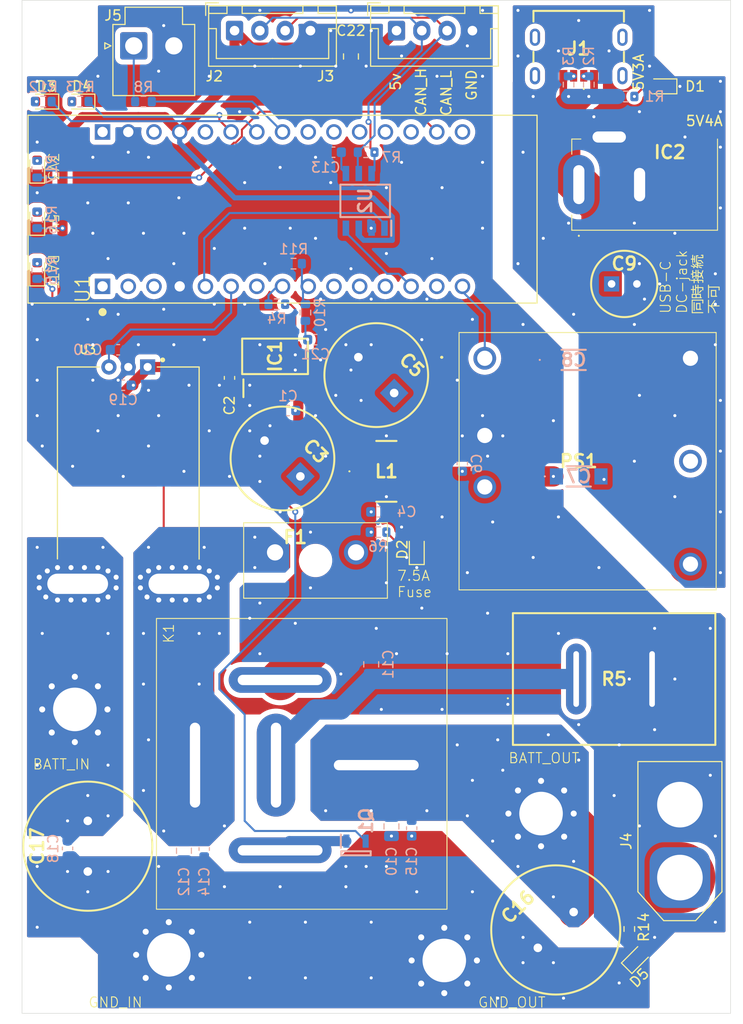
<source format=kicad_pcb>
(kicad_pcb (version 20240108) (generator "pcbnew") (generator_version "8.0")
  (layers (0 "F.Cu" signal) (31 "B.Cu" signal) (34 "B.Paste" user) (35 "F.Paste" user) (36 "B.SilkS" user "B.Silkscreen") (37 "F.SilkS" user "F.Silkscreen") (38 "B.Mask" user) (39 "F.Mask" user) (44 "Edge.Cuts" user))
  (net 0 "")
  (net 1 "GND")
  (net 2 "+5V")
  (net 3 "+BATT")
  (net 4 "Net-(PS1-VIN)")
  (net 5 "GNDA")
  (net 6 "+5VA")
  (net 7 "Net-(D2-A)")
  (net 8 "Net-(J2-Pin_3)")
  (net 9 "Net-(J2-Pin_2)")
  (net 10 "+BATT_OUTPUT")
  (net 12 "Net-(Q1-G)")
  (net 13 "/5v_ctrl")
  (net 14 "/relay")
  (net 15 "/i_mon")
  (net 16 "+3V3")
  (net 17 "/v_mon")
  (net 18 "/emergency_LED")
  (net 19 "Net-(C11-Pad1)")
  (net 20 "/can_tx")
  (net 21 "Net-(U3-IP+)")
  (net 24 "Net-(J1-CC2)")
  (net 26 "Net-(J1-CC1)")
  (net 28 "/state_LED")
  (net 33 "/can_rx")
  (net 34 "Net-(D1-A)")
  (net 35 "Net-(D3-A)")
  (net 36 "Net-(D4-A)")
  (net 37 "Net-(D5-A)")
  (net 45 "Net-(D6-A)")
  (net 46 "Net-(D7-A)")
  (net 49 "Net-(D8-A)")
  (net 54 "Net-(U2-Vref)")
  (net 55 "Net-(Q1-D)")
  (net 56 "+BATT_FOR_MOTOR")
  (net 57 "Net-(J5-Pin_1)")
  (net 58 "/emergency_switch")
  (footprint "LED_SMD:LED_0603_1608Metric" (layer "F.Cu") (at 56.5 93.5625 90)
    (property "Reference" "D8" (hide yes))
    (property "Value" "LED")
  )
  (footprint "power_board2:CAPPRD500W65D1025H1350" (layer "F.Cu") (at 91.767767 115.767767 135)
    (property "Reference" "C5")
    (property "Value" "330u" (hide yes))
  )
  (footprint "MountingHole:MountingHole_4.3mm_M4_Pad_Via" (layer "F.Cu") (at 60.219581 147)
    (property "Reference" "H3" (hide yes))
    (property "Value" "MountingHole_Pad")
  )
  (footprint "Capacitor_SMD:C_0805_2012Metric" (layer "F.Cu") (at 87.5 82.55 -90)
    (property "Reference" "C22")
    (property "Value" "10u")
  )
  (footprint "LED_SMD:LED_0603_1608Metric" (layer "F.Cu") (at 94 131.2125 90)
    (property "Reference" "D2")
    (property "Value" "LED")
  )
  (footprint "MountingHole:MountingHole_4.3mm_M4_Pad_Via" (layer "F.Cu") (at 106.280419 157.280419)
    (property "Reference" "H1" (hide yes))
    (property "Value" "MountingHole_Pad")
  )
  (footprint "power_board2:SOT230P700X180-4N" (layer "F.Cu") (at 80 112.15 90)
    (property "Reference" "IC1")
    (property "Value" "ADP3338AKCZ-5-REEL" (hide yes))
  )
  (footprint "LED_SMD:LED_0603_1608Metric" (layer "F.Cu") (at 57.1375 87 180)
    (property "Reference" "D3")
    (property "Value" "LED")
  )
  (footprint "MountingHole:MountingHole_3.2mm_M3" (layer "F.Cu") (at 59 173)
    (property "Reference" "H5" (hide yes))
    (property "Value" "MountingHole")
  )
  (footprint "MountingHole:MountingHole_3.2mm_M3" (layer "F.Cu") (at 121 81)
    (property "Reference" "H8" (hide yes))
    (property "Value" "MountingHole")
  )
  (footprint "Connector_AMASS:AMASS_XT60-M_1x02_P7.20mm_Vertical" (layer "F.Cu") (at 120 163.6 90)
    (property "Reference" "J4")
    (property "Value" "Conn_01x02")
  )
  (footprint "MountingHole:MountingHole_3.2mm_M3" (layer "F.Cu") (at 121 173)
    (property "Reference" "H6" (hide yes))
    (property "Value" "MountingHole")
  )
  (footprint "LED_SMD:LED_0603_1608Metric" (layer "F.Cu") (at 115.7875 171.5 45)
    (property "Reference" "D5")
    (property "Value" "LED")
  )
  (footprint "Connector_JST:JST_XH_B4B-XH-A_1x04_P2.50mm_Vertical" (layer "F.Cu") (at 76 80)
    (property "Reference" "J2")
    (property "Value" "Conn_01x04")
  )
  (footprint "power_board2:UJCHP3SMTTR" (layer "F.Cu") (at 110 81.5 180)
    (property "Reference" "J1")
    (property "Value" "UJC-HP-3-SMT-TR" (hide yes))
  )
  (footprint "MountingHole:MountingHole_4.3mm_M4_Pad_Via" (layer "F.Cu") (at 69.5 171.225)
    (property "Reference" "H4" (hide yes))
    (property "Value" "MountingHole_Pad")
  )
  (footprint "power_board2:MODULE_NUCLEO-F303K8" (layer "F.Cu") (at 80.74 97.62 90)
    (property "Reference" "U1")
    (property "Value" "NUCLEO-F303K8")
  )
  (footprint "power_board2:PJ002AH" (layer "F.Cu") (at 110.015 95.2)
    (property "Reference" "IC2")
    (property "Value" "PJ-002A" (hide yes))
  )
  (footprint "power_board2:CAPPRD500W65D1275H2200" (layer "F.Cu") (at 61.5 158 -90)
    (property "Reference" "C17")
    (property "Value" "1000u" (hide yes))
  )
  (footprint "power_board2:CAPPRD500W65D1275H2200" (layer "F.Cu") (at 109.5 167 -135)
    (property "Reference" "C16")
    (property "Value" "1000u" (hide yes))
  )
  (footprint "Capacitor_SMD:C_0603_1608Metric" (layer "F.Cu") (at 75.5 114.275 -90)
    (property "Reference" "C2")
    (property "Value" "1u")
  )
  (footprint "power_board2:PDQE15Q24S5D" (layer "F.Cu") (at 100.72 112.34)
    (property "Reference" "PS1")
    (property "Value" "PDQE20-Q24-S5-D" (hide yes))
  )
  (footprint "LED_SMD:LED_0603_1608Metric" (layer "F.Cu") (at 60.7125 87 180)
    (property "Reference" "D4")
    (property "Value" "LED")
  )
  (footprint "power_board2:CAPPRD250W55D655H1220" (layer "F.Cu") (at 113.25 105)
    (property "Reference" "C9")
    (property "Value" "100u" (hide yes))
  )
  (footprint "power_board2:RD-700112-DN" (layer "F.Cu") (at 72.093 152.5 90)
    (property "Reference" "K1")
    (property "Value" "Relay_SPDT")
  )
  (footprint "Connector_JST:JST_VH_B2P-VH_1x02_P3.96mm_Vertical" (layer "F.Cu") (at 66.04 81.5)
    (property "Reference" "J5")
    (property "Value" "Conn_01x02")
  )
  (footprint "LED_SMD:LED_0603_1608Metric" (layer "F.Cu") (at 56.5 103.7125 90)
    (property "Reference" "D6" (hide yes))
    (property "Value" "LED")
  )
  (footprint "power_board2:CAPPRD500W65D1025H1350" (layer "F.Cu") (at 82.5 124 135)
    (property "Reference" "C3")
    (property "Value" "330u" (hide yes))
  )
  (footprint "Connector_JST:JST_XH_B4B-XH-A_1x04_P2.50mm_Vertical" (layer "F.Cu") (at 92 80)
    (property "Reference" "J3")
    (property "Value" "Conn_01x04")
  )
  (footprint "LED_SMD:LED_0603_1608Metric" (layer "F.Cu") (at 118.2125 85.5 180)
    (property "Reference" "D1")
    (property "Value" "LED")
  )
  (footprint "power_board2:XDCR_ACS770KCB-150U-PFF-T" (layer "F.Cu") (at 65.5 113.2 180)
    (property "Reference" "U3")
    (property "Value" "ACS770xCB-100U-PFF")
  )
  (footprint "LED_SMD:LED_0603_1608Metric" (layer "F.Cu") (at 56.5 98.7125 90)
    (property "Reference" "D7" (hide yes))
    (property "Value" "LED")
  )
  (footprint "MountingHole:MountingHole_3.2mm_M3" (layer "F.Cu") (at 59 81)
    (property "Reference" "H7" (hide yes))
    (property "Value" "MountingHole")
  )
  (footprint "power_board2:17867640001" (layer "F.Cu") (at 84 132.3)
    (property "Reference" "F1")
    (property "Value" "7.5A" (hide yes))
  )
  (footprint "power_board2:TWW20J1R0E" (layer "F.Cu") (at 109.75 145.905)
    (property "Reference" "R5")
    (property "Value" "1" (hide yes))
  )
  (footprint "power_board2:ASPI6045T2R2NT" (layer "F.Cu") (at 91 123.5)
    (property "Reference" "L1")
    (property "Value" "2.2u" (hide yes))
  )
  (footprint "Resistor_SMD:R_0603_1608Metric" (layer "F.Cu") (at 115 168.675 -90)
    (property "Reference" "R14")
    (property "Value" "680")
  )
  (footprint "MountingHole:MountingHole_4.3mm_M4_Pad_Via" (layer "F.Cu") (at 96.719581 171.780419)
    (property "Reference" "H2" (hide yes))
    (property "Value" "MountingHole_Pad")
  )
  (footprint "power_board2:SOIC127P600X175-8N" (layer "B.Cu") (at 88.905 96.8 90)
    (property "Reference" "U2")
    (property "Value" "MCP2551-I-SN" (hide yes))
  )
  (footprint "power_board2:GR442QR73D821KW010" (layer "B.Cu") (at 109.5 112.5)
    (property "Reference" "C8")
    (property "Value" "1n" (hide yes))
  )
  (footprint "Resistor_SMD:R_0603_1608Metric" (layer "B.Cu") (at 81.825 103 180)
    (property "Reference" "R11")
    (property "Value" "390")
  )
  (footprint "Capacitor_SMD:C_0603_1608Metric" (layer "B.Cu") (at 85.775 92)
    (property "Reference" "C13")
    (property "Value" "0.1u")
  )
  (footprint "Resistor_SMD:R_0603_1608Metric" (layer "B.Cu") (at 56.5 93.675 90)
    (property "Reference" "R17")
    (property "Value" "1.5k")
  )
  (footprint "Resistor_SMD:R_0603_1608Metric" (layer "B.Cu") (at 60.75 87 180)
    (property "Reference" "R13")
    (property "Value" "1.5k")
  )
  (footprint "power_board2:SOT95P280X100-3N" (layer "B.Cu") (at 88 161.2 -90)
    (property "Reference" "Q1")
    (property "Value" "NMOS" (hide yes))
  )
  (footprint "Capacitor_SMD:C_0603_1608Metric" (layer "B.Cu") (at 98.5 122.725 90)
    (property "Reference" "C6")
    (property "Value" "1u")
  )
  (footprint "Resistor_SMD:R_0603_1608Metric" (layer "B.Cu") (at 90.175 129.5)
    (property "Reference" "R6")
    (property "Value" "680")
  )
  (footprint "Capacitor_SMD:C_0603_1608Metric" (layer "B.Cu") (at 73 160.775 -90)
    (property "Reference" "C14")
    (property "Value" "0.1u")
  )
  (footprint "Resistor_SMD:R_0603_1608Metric" (layer "B.Cu") (at 80.175 107)
    (property "Reference" "R4")
    (property "Value" "4.7")
  )
  (footprint "Capacitor_SMD:C_0603_1608Metric" (layer "B.Cu") (at 81.275 117.5 180)
    (property "Reference" "C1")
    (property "Value" "1u")
  )
  (footprint "Capacitor_SMD:C_0603_1608Metric" (layer "B.Cu") (at 90.225 127.5)
    (property "Reference" "C4")
    (property "Value" "1u")
  )
  (footprint "Resistor_SMD:R_0603_1608Metric" (layer "B.Cu") (at 56.5 98.675 90)
    (property "Reference" "R16")
    (property "Value" "1.5k")
  )
  (footprint "Resistor_SMD:R_0603_1608Metric" (layer "B.Cu") (at 83 107.825 90)
    (property "Reference" "R10")
    (property "Value" "1.5k")
  )
  (footprint "Capacitor_SMD:C_0805_2012Metric" (layer "B.Cu") (at 91.5 158.55 -90)
    (property "Reference" "C10")
    (property "Value" "10u")
  )
  (footprint "Capacitor_SMD:C_0603_1608Metric" (layer "B.Cu") (at 59.5 160.725 -90)
    (property "Reference" "C18")
    (property "Value" "1u")
  )
  (footprint "Resistor_SMD:R_0603_1608Metric" (layer "B.Cu") (at 89 92)
    (property "Reference" "R7")
    (property "Value" "120")
  )
  (footprint "Resistor_SMD:R_0603_1608Metric" (layer "B.Cu") (at 109 85.325 90)
    (property "Reference" "R3")
    (property "Value" "5.1k")
  )
  (footprint "Capacitor_SMD:C_0805_2012Metric" (layer "B.Cu") (at 89.5 142.55 90)
    (property "Reference" "C11")
    (property "Value" "10u")
  )
  (footprint "Resistor_SMD:R_0603_1608Metric" (layer "B.Cu") (at 57.1 87 180)
    (property "Reference" "R12")
    (property "Value" "1.5k")
  )
  (footprint "Resistor_SMD:R_0603_1608Metric" (layer "B.Cu") (at 56.5 103.675 90)
    (property "Reference" "R15")
    (property "Value" "10k")
  )
  (footprint "Capacitor_SMD:C_0603_1608Metric" (layer "B.Cu") (at 84 110.5)
    (property "Reference" "C21")
    (property "Value" "10n")
  )
  (footprint "power_board2:GR442QR73D821KW010" (layer "B.Cu") (at 110 124)
    (property "Reference" "C7")
    (property "Value" "1n" (hide yes))
  )
  (footprint "Capacitor_SMD:C_0603_1608Metric" (layer "B.Cu") (at 65 115)
    (property "Reference" "C19")
    (property "Value" "0.1u")
  )
  (footprint "Capacitor_SMD:C_0603_1608Metric" (layer "B.Cu") (at 93.5 158.725 -90)
    (property "Reference" "C15")
    (property "Value" "0.1u")
  )
  (footprint "Resistor_SMD:R_0603_1608Metric" (layer "B.Cu") (at 67 87 180)
    (property "Reference" "R8")
    (property "Value" "1.5k")
  )
  (footprint "Resistor_SMD:R_0603_1608Metric" (layer "B.Cu") (at 114.675 86.5)
    (property "Reference" "R1")
    (property "Value" "1.5k")
  )
  (footprint "Resistor_SMD:R_0603_1608Metric" (layer "B.Cu") (at 111 85.325 90)
    (property "Reference" "R2")
    (property "Value" "5.1k")
  )
  (footprint "Capacitor_SMD:C_0603_1608Metric" (layer "B.Cu") (at 64.5 111.5)
    (property "Reference" "C20")
    (property "Value" "10n")
  )
  (footprint "Capacitor_SMD:C_0805_2012Metric" (layer "B.Cu") (at 71 160.95 -90)
    (property "Reference" "C12")
    (property "Value" "10u")
  )
  (gr_line (start 125 177) (end 55 177) (stroke (width 0.05)) (layer "Edge.Cuts"))
  (gr_line (start 125 177) (end 125 77) (stroke (width 0.05)) (layer "Edge.Cuts"))
  (gr_line (start 125 77) (end 55 77) (stroke (width 0.05)) (layer "Edge.Cuts"))
  (gr_line (start 55 177) (end 55 77) (stroke (width 0.05)) (layer "Edge.Cuts"))
  (gr_text "5v" (at 92.5 86 90) (layer "F.SilkS") (effects (font (size 1 1)) (justify left bottom)))
  (gr_text "CAN_L\n" (at 97.5 88.5 90) (layer "F.SilkS") (effects (font (size 1 1)) (justify left bottom)))
  (gr_text "3V3" (at 57.5 92 270) (layer "F.SilkS") (effects (font (size 1 1) (thickness 0.1)) (justify left bottom)))
  (gr_text "CAN_H\n" (at 95 88.5 90) (layer "F.SilkS") (effects (font (size 1 1)) (justify left bottom)))
  (gr_text "7.5A\nFuse" (at 92 136 0) (layer "F.SilkS") (effects (font (size 1 1) (thickness 0.1)) (justify left bottom)))
  (gr_text "GND_OUT" (at 100 176.5 0) (layer "F.SilkS") (effects (font (size 1 1) (thickness 0.1)) (justify left bottom)))
  (gr_text "BATT_IN" (at 56 153 0) (layer "F.SilkS") (effects (font (size 1 1) (thickness 0.1)) (justify left bottom)))
  (gr_text "BATT_OUT\n\n" (at 103 154 0) (layer "F.SilkS") (effects (font (size 1 1) (thickness 0.1)) (justify left bottom)))
  (gr_text "USB-C\nDC-jack\n同時接続\n不可\n" (at 124 108 90) (layer "F.SilkS") (effects (font (size 1 1) (thickness 0.1)) (justify left bottom)))
  (gr_text "BATT" (at 57.5 102 -90) (layer "F.SilkS") (effects (font (size 1 1) (thickness 0.1)) (justify left bottom)))
  (gr_text "GND" (at 100 87 90) (layer "F.SilkS") (effects (font (size 1 1)) (justify left bottom)))
  (gr_text "5V" (at 57.5 98 270) (layer "F.SilkS") (effects (font (size 1 1) (thickness 0.1)) (justify left bottom)))
  (gr_text "5V4A\n" (at 120.5 89.5 0) (layer "F.SilkS") (effects (font (size 1 1)) (justify left bottom)))
  (gr_text "5V3A\n" (at 116.5 86 90) (layer "F.SilkS") (effects (font (size 1 1)) (justify left bottom)))
  (gr_text "GND_IN\n" (at 61.5 176.5 0) (layer "F.SilkS") (effects (font (size 1 1) (thickness 0.1)) (justify left bottom)))
  (via (at 62 111) (size 0.6) (drill 0.3) (layers "F.Cu" "B.Cu") (net 1))
  (via (at 70.5 96.5) (size 0.6) (drill 0.3) (layers "F.Cu" "B.Cu") (net 1))
  (via (at 87.5 103.5) (size 0.6) (drill 0.3) (layers "F.Cu" "B.Cu") (net 1))
  (via (at 66.5 111) (size 0.6) (drill 0.3) (layers "F.Cu" "B.Cu") (net 1))
  (via (at 78.5 78) (size 0.6) (drill 0.3) (layers "F.Cu" "B.Cu") (net 1))
  (via (at 87 162.5) (size 0.6) (drill 0.3) (layers "F.Cu" "B.Cu") (net 1))
  (via (at 63.5 102.5) (size 0.6) (drill 0.3) (layers "F.Cu" "B.Cu") (net 1))
  (via (at 94.5 137) (size 0.6) (drill 0.3) (layers "F.Cu" "B.Cu") (net 1))
  (via (at 98 114.5) (size 0.6) (drill 0.3) (layers "F.Cu" "B.Cu") (net 1))
  (via (at 101 137.5) (size 0.6) (drill 0.3) (layers "F.Cu" "B.Cu") (net 1))
  (via (at 91 95.5) (size 0.6) (drill 0.3) (layers "F.Cu" "B.Cu") (net 1))
  (via (at 101.5 128.5) (size 0.6) (drill 0.3) (layers "F.Cu" "B.Cu") (net 1))
  (via (at 98.5 120) (size 0.6) (drill 0.3) (layers "F.Cu" "B.Cu") (net 1))
  (via (at 68.5 162.5) (size 0.6) (drill 0.3) (layers "F.Cu" "B.Cu") (net 1))
  (via (at 87.5 78) (size 0.6) (drill 0.3) (layers "F.Cu" "B.Cu") (net 1))
  (via (at 62 100) (size 0.6) (drill 0.3) (layers "F.Cu" "B.Cu") (net 1))
  (via (at 86 116) (size 0.6) (drill 0.3) (layers "F.Cu" "B.Cu") (net 1))
  (via (at 77.5 138) (size 0.6) (drill 0.3) (layers "F.Cu" "B.Cu") (net 1))
  (via (at 108.5 175.5) (size 0.6) (drill 0.3) (layers "F.Cu" "B.Cu") (net 1))
  (via (at 94 133) (size 0.6) (drill 0.3) (layers "F.Cu" "B.Cu") (net 1))
  (via (at 88.5 116.5) (size 0.6) (drill 0.3) (layers "F.Cu" "B.Cu") (net 1))
  (via (at 83.5 129.5) (size 0.6) (drill 0.3) (layers "F.Cu" "B.Cu") (net 1))
  (via (at 56 107) (size 0.6) (drill 0.3) (layers "F.Cu" "B.Cu") (net 1))
  (via (at 92.5 129) (size 0.6) (drill 0.3) (layers "F.Cu" "B.Cu") (net 1))
  (via (at 83.5 135) (size 0.6) (drill 0.3) (layers "F.Cu" "B.Cu") (net 1))
  (via (at 56.5 96) (size 0.6) (drill 0.3) (layers "F.Cu" "B.Cu") (net 1))
  (via (at 92.5 82.5) (size 0.6) (drill 0.3) (layers "F.Cu" "B.Cu") (net 1))
  (via (at 84 118) (size 0.6) (drill 0.3) (layers "F.Cu" "B.Cu") (net 1))
  (via (at 67.5 121) (size 0.6) (drill 0.3) (layers "F.Cu" "B.Cu") (net 1))
  (via (at 85.5 80) (size 0.6) (drill 0.3) (layers "F.Cu" "B.Cu") (net 1))
  (via (at 73.5 84.5) (size 0.6) (drill 0.3) (layers "F.Cu" "B.Cu") (net 1))
  (via (at 112 133) (size 0.6) (drill 0.3) (layers "F.Cu" "B.Cu") (net 1))
  (via (at 56.5 162.5) (size 0.6) (drill 0.3) (layers "F.Cu" "B.Cu") (net 1))
  (via (at 56.5 91) (size 0.6) (drill 0.3) (layers "F.Cu" "B.Cu") (net 1))
  (via (at 56.5 168.5) (size 0.6) (drill 0.3) (layers "F.Cu" "B.Cu") (net 1))
  (via (at 77 107) (size 0.6) (drill 0.3) (layers "F.Cu" "B.Cu") (net 1))
  (via (at 91 126) (size 0.6) (drill 0.3) (layers "F.Cu" "B.Cu") (net 1))
  (via (at 70 103) (size 0.6) (drill 0.3) (layers "F.Cu" "B.Cu") (net 1))
  (via (at 96.5 95.5) (size 0.6) (drill 0.3) (layers "F.Cu" "B.Cu") (net 1))
  (via (at 73.5 119.5) (size 0.6) (drill 0.3) (layers "F.Cu" "B.Cu") (net 1))
  (via (at 56.5 110.5) (size 0.6) (drill 0.3) (layers "F.Cu" "B.Cu") (net 1))
  (via (at 74 107) (size 0.6) (drill 0.3) (layers "F.Cu" "B.Cu") (net 1))
  (via (at 76.5 88) (size 0.6) (drill 0.3) (layers "F.Cu" "B.Cu") (net 1))
  (via (at 80.5 164.5) (size 0.6) (drill 0.3) (layers "F.Cu" "B.Cu") (net 1))
  (via (at 114 150.5) (size 0.6) (drill 0.3) (layers "F.Cu" "B.Cu") (net 1))
  (via (at 89.5 80) (size 0.6) (drill 0.3) (layers "F.Cu" "B.Cu") (net 1))
  (via (at 93.5 159.5) (size 0.6) (drill 0.3) (layers "F.Cu" "B.Cu") (net 1))
  (via (at 108 139.5) (size 0.6) (drill 0.3) (layers "F.Cu" "B.Cu") (net 1))
  (via (at 95 106.5) (size 0.6) (drill 0.3) (layers "F.Cu" "B.Cu") (net 1))
  (via (at 94 165) (size 0.6) (drill 0.3) (layers "F.Cu" "B.Cu") (net 1))
  (via (at 100.5 78) (size 0.6) (drill 0.3) (layers "F.Cu" "B.Cu") (net 1))
  (via (at 94.5 110.5) (size 0.6) (drill 0.3) (layers "F.Cu" "B.Cu") (net 1))
  (via (at 77.5 115) (size 0.6) (drill 0.3) (layers "F.Cu" "B.Cu") (net 1))
  (via (at 89.5 173.5) (size 0.6) (drill 0.3) (layers "F.Cu" "B.Cu") (net 1))
  (via (at 79 103) (size 0.6) (drill 0.3) (layers "F.Cu" "B.Cu") (net 1))
  (via (at 89.5 106.5) (size 0.6) (drill 0.3) (layers "F.Cu" "B.Cu") (net 1))
  (via (at 75.5 124) (size 0.6) (drill 0.3) (layers "F.Cu" "B.Cu") (net 1))
  (via (at 61.5 165) (size 0.6) (drill 0.3) (layers "F.Cu" "B.Cu") (net 1))
  (via (at 91.5 159.5) (size 0.6) (drill 0.3) (layers "F.Cu" "B.Cu") (net 1))
  (via (at 103 141.5) (size 0.6) (drill 0.3) (layers "F.Cu" "B.Cu") (net 1))
  (via (at 101 122) (size 0.6) (drill 0.3) (layers "F.Cu" "B.Cu") (net 1))
  (via (at 92 141.5) (size 0.6) (drill 0.3) (layers "F.Cu" "B.Cu") (net 1))
  (via (at 99 133.5) (size 0.6) (drill 0.3) (layers "F.Cu" "B.Cu") (net 1))
  (via (at 123 153.5) (size 0.6) (drill 0.3) (layers "F.Cu" "B.Cu") (net 1))
  (via (at 83 168) (size 0.6) (drill 0.3) (layers "F.Cu" "B.Cu") (net 1))
  (via (at 91 162.5) (size 0.6) (drill 0.3) (layers "F.Cu" "B.Cu") (net 1))
  (via (at 73 110.5) (size 0.6) (drill 0.3) (layers "F.Cu" "B.Cu") (net 1))
  (via (at 80.5 93.5) (size 0.6) (drill 0.3) (layers "F.Cu" "B.Cu") (net 1))
  (via (at 85 109.5) (size 0.6) (drill 0.3) (layers "F.Cu" "B.Cu") (net 1))
  (via (at 102 175.5) (size 0.6) (drill 0.3) (layers "F.Cu" "B.Cu") (net 1))
  (via (at 82 138.5) (size 0.6) (drill 0.3) (layers "F.Cu" "B.Cu") (net 1))
  (via (at 108 128) (size 0.6) (drill 0.3) (layers "F.Cu" "B.Cu") (net 1))
  (via (at 96.5 147) (size 0.6) (drill 0.3) (layers "F.Cu" "B.Cu") (net 1))
  (via (at 77.5 168) (size 0.6) (drill 0.3) (layers "F.Cu" "B.Cu") (net 1))
  (via (at 91 102) (size 0.6) (drill 0.3) (layers "F.Cu" "B.Cu") (net 1))
  (via (at 123.5 159.5) (size 0.6) (drill 0.3) (layers "F.Cu" "B.Cu") (net 1))
  (via (at 65.5 92) (size 0.6) (drill 0.3) (layers "F.Cu" "B.Cu") (net 1))
  (via (at 62.5 84.5) (size 0.6) (drill 0.3) (layers "F.Cu" "B.Cu") (net 1))
  (via (at 82 112) (size 0.6) (drill 0.3) (layers "F.Cu" "B.Cu") (net 1))
  (via (at 92.5 93) (size 0.6) (drill 0.3) (layers "F.Cu" "B.Cu") (net 1))
  (via (at 91 120) (size 0.6) (drill 0.3) (layers "F.Cu" "B.Cu") (net 1))
  (via (at 104.5 172) (size 0.6) (drill 0.3) (layers "F.Cu" "B.Cu") (net 1))
  (via (at 69 79.5) (size 0.6) (drill 0.3) (layers "F.Cu" "B.Cu") (net 1))
  (via (at 89 83.5) (size 0.6) (drill 0.3) (layers "F.Cu" "B.Cu") (net 1))
  (via (at 87.5 113.5) (size 0.6) (drill 0.3) (layers "F.Cu" "B.Cu") (net 1))
  (via (at 68.5 84) (size 0.6) (drill 0.3) (layers "F.Cu" "B.Cu") (net 1))
  (via (at 60 123) (size 0.6) (drill 0.3) (layers "F.Cu" "B.Cu") (net 1))
  (via (at 119.5 144) (size 0.6) (drill 0.3) (layers "F.Cu" "B.Cu") (net 1))
  (via (at 84 92.5) (size 0.6) (drill 0.3) (layers "F.Cu" "B.Cu") (net 1))
  (via (at 56.5 85) (size 0.6) (drill 0.3) (layers "F.Cu" "B.Cu") (net 1))
  (via (at 93 132) (size 0.6) (drill 0.3) (layers "F.Cu" "B.Cu") (net 1))
  (via (at 74 101.5) (size 0.6) (drill 0.3) (layers "F.Cu" "B.Cu") (net 1))
  (via (at 89.5 168) (size 0.6) (drill 0.3) (layers "F.Cu" "B.Cu") (net 1))
  (via (at 90 139) (size 0.6) (drill 0.3) (layers "F.Cu" "B.Cu") (net 1))
  (via (at 64.5 114.5) (size 0.6) (drill 0.3) (layers "F.Cu" "B.Cu") (net 1))
  (via (at 100.5 118) (size 0.6) (drill 0.3) (layers "F.Cu" "B.Cu") (net 1))
  (via (at 84.5 112.5) (size 0.6) (drill 0.3) (layers "F.Cu" "B.Cu") (net 1))
  (via (at 86.5 143.5) (size 0.6) (drill 0.3) (layers "F.Cu" "B.Cu") (net 1))
  (via (at 100.5 93) (size 0.6) (drill 0.3) (layers "F.Cu" "B.Cu") (net 1))
  (via (at 104.5 169.5) (size 0.6) (drill 0.3) (layers "F.Cu" "B.Cu") (net 1))
  (via (at 77 95) (size 0.6) (drill 0.3) (layers "F.Cu" "B.Cu") (net 1))
  (via (at 107.5 118.5) (size 0.6) (drill 0.3) (layers "F.Cu" "B.Cu") (net 1))
  (via (at 62.5 119.5) (size 0.6) (drill 0.3) (layers "F.Cu" "B.Cu") (net 1))
  (via (at 68.5 118) (size 0.6) (drill 0.3) (layers "F.Cu" "B.Cu") (net 1))
  (via (at 85 122) (size 0.6) (drill 0.3) (layers "F.Cu" "B.Cu") (net 1))
  (via (at 74.5 115) (size 0.6) (drill 0.3) (layers "F.Cu" "B.Cu") (net 1))
  (via (at 56.5 118) (size 0.6) (drill 0.3) (layers "F.Cu" "B.Cu") (net 1))
  (via (at 78.5 141.5) (size 0.6) (drill 0.3) (layers "F.Cu" "B.Cu") (net 1))
  (via (at 85.5 95) (size 0.6) (drill 0.3) (layers "F.Cu" "B.Cu") (net 1))
  (via (at 89.5 99.5) (size 0.6) (drill 0.3) (layers "F.Cu" "B.Cu") (net 1))
  (via (at 77.5 173.5) (size 0.6) (drill 0.3) (layers "F.Cu" "B.Cu") (net 1))
  (via (at 71 100) (size 0.6) (drill 0.3) (layers "F.Cu" "B.Cu") (net 1))
  (via (at 89 162.5) (size 0.6) (drill 0.3) (layers "F.Cu" "B.Cu") (net 1))
  (via (at 78.5 124.5) (size 0.6) (drill 0.3) (layers "F.Cu" "B.Cu") (net 1))
  (via (at 67.5 92.5) (size 0.6) (drill 0.3) (layers "F.Cu" "B.Cu") (net 1))
  (via (at 87 111) (size 0.6) (drill 0.3) (layers "F.Cu" "B.Cu") (net 1))
  (via (at 110 148.5) (size 0.6) (drill 0.3) (layers "F.Cu" "B.Cu") (net 1))
  (via (at 91 134.5) (size 0.6) (drill 0.3) (layers "F.Cu" "B.Cu") (net 1))
  (via (at 97 141.5) (size 0.6) (drill 0.3) (layers "F.Cu" "B.Cu") (net 1))
  (via (at 57 121) (size 0.6) (drill 0.3) (layers "F.Cu" "B.Cu") (net 1))
  (via (at 84 100.5) (size 0.6) (drill 0.3) (layers "F.Cu" "B.Cu") (net 1))
  (via (at 61.5 108.5) (size 0.6) (drill 0.3) (layers "F.Cu" "B.Cu") (net 1))
  (via (at 87 164.5) (size 0.6) (drill 0.3) (layers "F.Cu" "B.Cu") (net 1))
  (via (at 62 114.5) (size 0.6) (drill 0.3) (layers "F.Cu" "B.Cu") (net 1))
  (via (at 123 139) (size 0.6) (drill 0.3) (layers "F.Cu" "B.Cu") (net 1))
  (via (at 117.5 139) (size 0.6) (drill 0.3) (layers "F.Cu" "B.Cu") (net 1))
  (via (at 83 173.5) (size 0.6) (drill 0.3) (layers "F.Cu" "B.Cu") (net 1))
  (via (at 113.5 155.5) (size 0.6) (drill 0.3) (layers "F.Cu" "B.Cu") (net 1))
  (via (at 78.5 122) (size 0.6) (drill 0.3) (layers "F.Cu" "B.Cu") (net 1))
  (via (at 123.5 168) (size 0.6) (drill 0.3) (layers "F.Cu" "B.Cu") (net 1))
  (via (at 78.5 136.5) (size 0.6) (drill 0.3) (layers "F.Cu" "B.Cu") (net 1))
  (via (at 95.5 102.5) (size 0.6) (drill 0.3) (layers "F.Cu" "B.Cu") (net 1))
  (via (at 99 81.5) (size 0.6) (drill 0.3) (layers "F.Cu" "B.Cu") (net 1))
  (via (at 96 84.5) (size 0.6) (drill 0.3) (layers "F.Cu" "B.Cu") (net 1))
  (via (at 116 158.5) (size 0.6) (drill 0.3) (layers "F.Cu" "B.Cu") (net 1))
  (via (at 100.5 99.5) (size 0.6) (drill 0.3) (layers "F.Cu" "B.Cu") (net 1))
  (via (at 81.5 99.5) (size 0.6) (drill 0.3) (layers "F.Cu" "B.Cu") (net 1))
  (via (at 78 83.5) (size 0.6) (drill 0.3) (layers "F.Cu" "B.Cu") (net 1))
  (via (at 61.5 97) (size 0.6) (drill 0.3) (layers "F.Cu" "B.Cu") (net 1))
  (via (at 56.5 114.5) (size 0.6) (drill 0.3) (layers "F.Cu" "B.Cu") (net 1))
  (via (at 80.5 127.5) (size 0.6) (drill 0.3) (layers "F.Cu" "B.Cu") (net 1))
  (via (at 105.5 132) (size 0.6) (drill 0.3) (layers "F.Cu" "B.Cu") (net 1))
  (via (at 86 83.5) (size 0.6) (drill 0.3) (layers "F.Cu" "B.Cu") (net 1))
  (via (at 78.5 111) (size 0.6) (drill 0.3) (layers "F.Cu" "B.Cu") (net 1))
  (via (at 67.5 115.5) (size 0.6) (drill 0.3) (layers "F.Cu" "B.Cu") (net 1))
  (via (at 71.5 115) (size 0.6) (drill 0.3) (layers "F.Cu" "B.Cu") (net 1))
  (via (at 99.5 108.5) (size 0.6) (drill 0.3) (layers "F.Cu" "B.Cu") (net 1))
  (via (at 65.5 97) (size 0.6) (drill 0.3) (layers "F.Cu" "B.Cu") (net 1))
  (via (at 71 123.5) (size 0.6) (drill 0.3) (layers "F.Cu" "B.Cu") (net 1))
  (via (at 64.5 118) (size 0.6) (drill 0.3) (layers "F.Cu" "B.Cu") (net 1))
  (via (at 69 107.5) (size 0.6) (drill 0.3) (layers "F.Cu" "B.Cu") (net 1))
  (via (at 115 144) (size 0.6) (drill 0.3) (layers "F.Cu" "B.Cu") (net 1))
  (via (at 64.5 108) (size 0.6) (drill 0.3) (layers "F.Cu" "B.Cu") (net 1))
  (via (at 96.5 128) (size 0.6) (drill 0.3) (layers "F.Cu" "B.Cu") (net 1))
  (via (at 84.5 106.5) (size 0.6) (drill 0.3) (layers "F.Cu" "B.Cu") (net 1))
  (via (at 75 164.5) (size 0.6) (drill 0.3) (layers "F.Cu" "B.Cu") (net 1))
  (via (at 70 111) (size 0.6) (drill 0.3) (layers "F.Cu" "B.Cu") (net 1))
  (via (at 82 113.5) (size 0.6) (drill 0.3) (layers "F.Cu" "B.Cu") (net 1))
  (via (at 77.5 117) (size 0.6) (drill 0.3) (layers "F.Cu" "B.Cu") (net 1))
  (via (at 89.5 111) (size 0.6) (drill 0.3) (layers "F.Cu" "B.Cu") (net 1))
  (via (at 99.5 165) (size 0.6) (drill 0.3) (layers "F.Cu" "B.Cu") (net 1))
  (via (at 77 99.5) (size 0.6) (drill 0.3) (layers "F.Cu" "B.Cu") (net 1))
  (via (at 82.5 83.5) (size 0.6) (drill 0.3) (layers "F.Cu" "B.Cu") (net 1))
  (via (at 65 124) (size 0.6) (drill 0.3) (layers "F.Cu" "B.Cu") (net 1))
  (via (at 59.5 163) (size 0.6) (drill 0.3) (layers "F.Cu" "B.Cu") (net 1))
  (via (at 117.5 149) (size 0.6) (drill 0.3) (layers "F.Cu" "B.Cu") (net 1))
  (via (at 63.5 163) (size 0.6) (drill 0.3) (layers "F.Cu" "B.Cu") (net 1))
  (via (at 77.5 119.5) (size 0.6) (drill 0.3) (layers "F.Cu" "B.Cu") (net 1))
  (via (at 107.5 172) (size 0.6) (drill 0.3) (layers "F.Cu" "B.Cu") (net 1))
  (via (at 103 146.5) (size 0.6) (drill 0.3) (layers "F.Cu" "B.Cu") (net 1))
  (via (at 90.5 147) (size 0.6) (drill 0.3) (layers "F.Cu" "B.Cu") (net 1))
  (via (at 62 92.5) (size 0.6) (drill 0.3) (layers "F.Cu" "B.Cu") (net 1))
  (via (at 102.5 120) (size 0.6) (drill 0.3) (layers "F.Cu" "B.Cu") (net 1))
  (via (at 91 131) (size 0.6) (drill 0.3) (layers "F.Cu" "B.Cu") (net 1))
  (via (at 104.5 109) (size 0.6) (drill 0.3) (layers "F.Cu" "B.Cu") (net 1))
  (via (at 117.5 169.5) (size 0.6) (drill 0.3) (layers "F.Cu" "B.Cu") (net 1))
  (via (at 100.5 84.5) (size 0.6) (drill 0.3) (layers "F.Cu" "B.Cu") (net 1))
  (via (at 67 100) (size 0.6) (drill 0.3) (layers "F.Cu" "B.Cu") (net 1))
  (via (at 114 174) (size 0.6) (drill 0.3) (layers "F.Cu" "B.Cu") (net 1))
  (via (at 79.5 119) (size 0.6) (drill 0.3) (layers "F.Cu" "B.Cu") (net 1))
  (segment (start 59.5 161.5) (end 60 161.5) (width 1) (layer "B.Cu") (net 1))
  (segment (start 60 161.5) (end 61.5 163) (width 1) (layer "B.Cu") (net 1))
  (segment (start 65.75061 115) (end 66 115) (width 1) (layer "F.Cu") (net 2))
  (segment (start 70.58 90) (end 76 84.58) (width 1) (layer "F.Cu") (net 2))
  (segment (start 78.3 113.2) (end 67.41 113.2) (width 1) (layer "F.Cu") (net 2))
  (segment (start 66.5 88.535) (end 69.115 88.535) (width 1) (layer "F.Cu") (net 2))
  (segment (start 66 115) (end 66 114.75061) (width 1) (layer "F.Cu") (net 2))
  (segment (start 64.75061 116) (end 65.75061 115) (width 1) (layer "F.Cu") (net 2))
  (segment (start 80 109) (end 80 115.3) (width 1) (layer "F.Cu") (net 2))
  (segment (start 60.5 116) (end 64.75061 116) (width 1) (layer "F.Cu") (net 2))
  (segment (start 59 99.5) (end 59 114.5) (width 1) (layer "F.Cu") (net 2))
  (segment (start 59 90.51) (end 59 99.5) (width 1) (layer "F.Cu") (net 2))
  (segment (start 80 115.3) (end 80 114.9) (width 1) (layer "F.Cu") (net 2))
  (segment (start 66 114.75061) (end 67.41 113.34061) (width 1) (layer "F.Cu") (net 2))
  (segment (start 76 84.58) (end 76 80) (width 1) (layer "F.Cu") (net 2))
  (segment (start 59 114.5) (end 60.5 116) (width 1) (layer "F.Cu") (net 2))
  (segment (start 90.325 81.675) (end 92 80) (width 1) (layer "F.Cu") (net 2))
  (segment (start 76 80) (end 77.675 81.675) (width 1) (layer "F.Cu") (net 2))
  (segment (start 77.675 81.675) (end 90.325 81.675) (width 1) (layer "F.Cu") (net 2))
  (segment (start 69.115 88.535) (end 70.58 90) (width 1) (layer "F.Cu") (net 2))
  (segment (start 66.5 88.535) (end 60.975 88.535) (width 1) (layer "F.Cu") (net 2))
  (segment (start 67.41 113.34061) (end 67.41 113.2) (width 1) (layer "F.Cu") (net 2))
  (segment (start 80 114.9) (end 78.3 113.2) (width 1) (layer "F.Cu") (net 2))
  (segment (start 60.975 88.535) (end 59 90.51) (width 1) (layer "F.Cu") (net 2))
  (via (at 59 99.5) (size 0.6) (drill 0.3) (layers "F.Cu" "B.Cu") (net 2))
  (via (at 66 115) (size 0.6) (drill 0.3) (layers "F.Cu" "B.Cu") (net 2))
  (segment (start 91.585 100.7) (end 91.585 98.385) (width 0.5) (layer "B.Cu") (net 2))
  (segment (start 88.765 100.7) (end 91.585 100.7) (width 0.5) (layer "B.Cu") (net 2))
  (segment (start 88.27 100.205) (end 88.765 100.7) (width 0.5) (layer "B.Cu") (net 2))
  (segment (start 88.27 99.5) (end 88.27 100.205) (width 0.5) (layer "B.Cu") (net 2))
  (segment (start 91.585 98.385) (end 89.7 96.5) (width 0.5) (layer "B.Cu") (net 2))
  (segment (start 89.7 96.5) (end 76 96.5) (width 0.5) (layer "B.Cu") (net 2))
  (segment (start 76 96.5) (end 70.58 91.08) (width 0.5) (layer "B.Cu") (net 2))
  (segment (start 56.5 99.5) (end 59 99.5) (width 0.2) (layer "B.Cu") (net 2))
  (segment (start 70.58 91.08) (end 70.58 90) (width 0.5) (layer "B.Cu") (net 2))
  (segment (start 82.3 117.8) (end 82.3 123.8) (width 1) (layer "F.Cu") (net 3))
  (segment (start 83.225 114.375) (end 82.3 115.3) (width 0.2) (layer "F.Cu") (net 3))
  (segment (start 88 129.5) (end 82.5 124) (width 4) (layer "F.Cu") (net 3))
  (segment (start 88 131.5) (end 88 129.5) (width 4) (layer "F.Cu") (net 3))
  (segment (start 88 131.5) (end 88 136.593) (width 4) (layer "F.Cu") (net 3))
  (segment (start 82.3 123.8) (end 82.5 124) (width 1) (layer "F.Cu") (net 3))
  (segment (start 83.225 110.5) (end 83.225 114.375) (width 0.2) (layer "F.Cu") (net 3))
  (segment (start 88 136.593) (end 80.5004 144.0926) (width 4) (layer "F.Cu") (net 3))
  (segment (start 88 131.5) (end 88 129) (width 4) (layer "F.Cu") (net 3))
  (segment (start 88 120) (end 88 131.5) (width 4) (layer "F.Cu") (net 3))
  (segment (start 88 129) (end 87.5 129.5) (width 4) (layer "F.Cu") (net 3))
  (segment (start 82.3 115.3) (end 82.3 117.2) (width 1) (layer "F.Cu") (net 3))
  (via (at 89.5 127.5) (size 0.6) (drill 0.3) (layers "F.Cu" "B.Cu") (net 3))
  (via (at 82 117.5) (size 0.6) (drill 0.3) (layers "F.Cu" "B.Cu") (net 3))
  (via (at 89.5 129.5) (size 0.6) (drill 0.3) (layers "F.Cu" "B.Cu") (net 3))
  (via (at 83.225 110.5) (size 0.6) (drill 0.3) (layers "F.Cu" "B.Cu") (net 3))
  (segment (start 83 110.275) (end 83.225 110.5) (width 0.2) (layer "B.Cu") (net 3))
  (segment (start 83 108.65) (end 83 110.275) (width 0.2) (layer "B.Cu") (net 3))
  (segment (start 92 115.767767) (end 94.5 118.267767) (width 4) (layer "F.Cu") (net 4))
  (segment (start 94.54 125.04) (end 100.72 125.04) (width 4) (layer "F.Cu") (net 4))
  (segment (start 107.5 124) (end 101.76 124) (width 2) (layer "F.Cu") (net 4))
  (segment (start 101.76 124) (end 100.72 125.04) (width 1) (layer "F.Cu") (net 4))
  (segment (start 94.5 125) (end 94.54 125.04) (width 4) (layer "F.Cu") (net 4))
  (segment (start 91.767767 115.767767) (end 92 115.767767) (width 4) (layer "F.Cu") (net 4))
  (segment (start 94.5 118.267767) (end 94.5 125) (width 4) (layer "F.Cu") (net 4))
  (via (at 107.5 124) (size 0.6) (drill 0.3) (layers "F.Cu" "B.Cu") (net 4))
  (via (at 98.5 123.5) (size 0.6) (drill 0.3) (layers "F.Cu" "B.Cu") (net 4))
  (via (at 117 78) (size 0.6) (drill 0.3) (layers "F.Cu" "B.Cu") (net 5))
  (via (at 116.5 106.5) (size 0.6) (drill 0.3) (layers "F.Cu" "B.Cu") (net 5))
  (via (at 119.5 100) (size 0.6) (drill 0.3) (layers "F.Cu" "B.Cu") (net 5))
  (via (at 104 82.5) (size 0.6) (drill 0.3) (layers "F.Cu" "B.Cu") (net 5))
  (via (at 106.5 100.5) (size 0.6) (drill 0.3) (layers "F.Cu" "B.Cu") (net 5))
  (via (at 104 78) (size 0.6) (drill 0.3) (layers "F.Cu" "B.Cu") (net 5))
  (via (at 124 85) (size 0.6) (drill 0.3) (layers "F.Cu" "B.Cu") (net 5))
  (via (at 116 103) (size 0.6) (drill 0.3) (layers "F.Cu" "B.Cu") (net 5))
  (via (at 105.5 86.5) (size 0.6) (drill 0.3) (layers "F.Cu" "B.Cu") (net 5))
  (via (at 123.5 111) (size 0.6) (drill 0.3) (layers "F.Cu" "B.Cu") (net 5))
  (via (at 104 103) (size 0.6) (drill 0.3) (layers "F.Cu" "B.Cu") (net 5))
  (via (at 119.5 126) (size 0.6) (drill 0.3) (layers "F.Cu" "B.Cu") (net 5))
  (via (at 115.5 122.5) (size 0.6) (drill 0.3) (layers "F.Cu" "B.Cu") (net 5))
  (via (at 124 116.5) (size 0.6) (drill 0.3) (layers "F.Cu" "B.Cu") (net 5))
  (via (at 123.5 107) (size 0.6) (drill 0.3) (layers "F.Cu" "B.Cu") (net 5))
  (via (at 117 83.5) (size 0.6) (drill 0.3) (layers "F.Cu" "B.Cu") (net 5))
  (via (at 116 116) (size 0.6) (drill 0.3) (layers "F.Cu" "B.Cu") (net 5))
  (via (at 118 105) (size 0.6) (drill 0.3) (layers "F.Cu" "B.Cu") (net 5))
  (via (at 109 99) (size 0.6) (drill 0.3) (layers "F.Cu" "B.Cu") (net 5))
  (via (at 124 127.5) (size 0.6) (drill 0.3) (layers "F.Cu" "B.Cu") (net 5))
  (via (at 111.5 88.5) (size 0.6) (drill 0.3) (layers "F.Cu" "B.Cu") (net 5))
  (via (at 110 79) (size 0.6) (drill 0.3) (layers "F.Cu" "B.Cu") (net 5))
  (via (at 115.5 99) (size 0.6) (drill 0.3) (layers "F.Cu" "B.Cu") (net 5))
  (via (at 108 82) (size 0.6) (drill 0.3) (layers "F.Cu" "B.Cu") (net 5))
  (via (at 124 121.5) (size 0.6) (drill 0.3) (layers "F.Cu" "B.Cu") (net 5))
  (via (at 124 133.5) (size 0.6) (drill 0.3) (layers "F.Cu" "B.Cu") (net 5))
  (via (at 116 88) (size 0.6) (drill 0.3) (layers "F.Cu" "B.Cu") (net 5))
  (via (at 124 88) (size 0.6) (drill 0.3) (layers "F.Cu" "B.Cu") (net 5))
  (via (at 115.5 109) (size 0.6) (drill 0.3) (layers "F.Cu" "B.Cu") (net 5))
  (via (at 119.5 118) (size 0.6) (drill 0.3) (layers "F.Cu" "B.Cu") (net 5))
  (via (at 124 91.5) (size 0.6) (drill 0.3) (layers "F.Cu" "B.Cu") (net 5))
  (via (at 104.5 92) (size 0.6) (drill 0.3) (layers "F.Cu" "B.Cu") (net 5))
  (via (at 120.5 90.5) (size 0.6) (drill 0.3) (layers "F.Cu" "B.Cu") (net 5))
  (via (at 120 85.5) (size 0.6) (drill 0.3) (layers "F.Cu" "B.Cu") (net 5))
  (via (at 124 97.5) (size 0.6) (drill 0.3) (layers "F.Cu" "B.Cu") (net 5))
  (via (at 123.5 104) (size 0.6) (drill 0.3) (layers "F.Cu" "B.Cu") (net 5))
  (via (at 113 82) (size 0.6) (drill 0.3) (layers "F.Cu" "B.Cu") (net 5))
  (via (at 109.5 108) (size 0.6) (drill 0.3) (layers "F.Cu" "B.Cu") (net 5))
  (segment (start 108.165 93.35) (end 108.165 89.25) (width 4) (layer "F.Cu") (net 6))
  (segment (start 111.037044 86.5) (end 111 86.5) (width 0.75) (layer "F.Cu") (net 6))
  (segment (start 111 86.5) (end 110.915 86.5) (width 0.75) (layer "F.Cu") (net 6))
  (segment (start 110.915 86.5) (end 108.165 89.25) (width 1.5) (layer "F.Cu") (net 6))
  (segment (start 121.04 132.66) (end 120.86 132.66) (width 4) (layer "F.Cu") (net 6))
  (segment (start 111 86.5) (end 111 86.537044) (width 0.75) (layer "F.Cu") (net 6))
  (segment (start 112.265 97.45) (end 110.015 95.2) (width 4) (layer "F.Cu") (net 6))
  (segment (start 108.48 87.02) (end 109 86.5) (width 0.75) (layer "F.Cu") (net 6))
  (segment (start 108.48 84.455) (end 108.48 87.02) (width 0.75) (layer "F.Cu") (net 6))
  (segment (start 111 86.5) (end 109 86.5) (width 1.5) (layer "F.Cu") (net 6))
  (segment (start 111.52 86.017044) (end 111.037044 86.5) (width 0.75) (layer "F.Cu") (net 6))
  (segment (start 110.015 95.2) (end 108.165 93.35) (width 4) (layer "F.Cu") (net 6))
  (segment (start 121.04 132.66) (end 112.265 123.885) (width 4) (layer "F.Cu") (net 6))
  (segment (start 109 86.5) (end 108.165 87.335) (width 1.5) (layer "F.Cu") (net 6))
  (segment (start 111.52 84.455) (end 111.52 86.017044) (width 0.75) (layer "F.Cu") (net 6))
  (segment (start 112.265 123.885) (end 112.265 97.45) (width 4) (layer "F.Cu") (net 6))
  (via (at 112.5 124.3) (size 0.6) (drill 0.3) (layers "F.Cu" "B.Cu") (net 6))
  (via (at 109 86.5) (size 0.6) (drill 0.3) (layers "F.Cu" "B.Cu") (net 6))
  (via (at 111 86.5) (size 0.6) (drill 0.3) (layers "F.Cu" "B.Cu") (net 6))
  (segment (start 113.85 86.5) (end 109 86.5) (width 1.5) (layer "B.Cu") (net 6))
  (segment (start 94 130.425) (end 91.925 130.425) (width 0.2) (layer "F.Cu") (net 7))
  (segment (start 91.925 130.425) (end 91 129.5) (width 0.2) (layer "F.Cu") (net 7))
  (via (at 91 129.5) (size 0.6) (drill 0.3) (layers "F.Cu" "B.Cu") (net 7))
  (segment (start 95.725 78.725) (end 82.275 78.725) (width 0.2) (layer "F.Cu") (net 8))
  (segment (start 82.275 78.725) (end 81 80) (width 0.2) (layer "F.Cu") (net 8))
  (segment (start 97 80) (end 95.725 78.725) (width 0.2) (layer "F.Cu") (net 8))
  (segment (start 89.835 87.165) (end 89.835 90.34) (width 0.2) (layer "B.Cu") (net 8))
  (segment (start 89.835 90.34) (end 88.175 92) (width 0.2) (layer "B.Cu") (net 8))
  (segment (start 88.175 94.005) (end 88.27 94.1) (width 0.2) (layer "B.Cu") (net 8))
  (segment (start 88.175 92) (end 88.175 94.005) (width 0.2) (layer "B.Cu") (net 8))
  (segment (start 97 80) (end 89.835 87.165) (width 0.2) (layer "B.Cu") (net 8))
  (segment (start 89.425 89.19) (end 89.425 91.6) (width 0.2) (layer "F.Cu") (net 9))
  (segment (start 89.425 91.6) (end 89.825 92) (width 0.2) (layer "F.Cu") (net 9))
  (segment (start 89.235 89) (end 89.425 89.19) (width 0.2) (layer "F.Cu") (net 9))
  (via (at 89.235 89) (size 0.6) (drill 0.3) (layers "F.Cu" "B.Cu") (net 9))
  (via (at 89.825 92) (size 0.6) (drill 0.3) (layers "F.Cu" "B.Cu") (net 9))
  (segment (start 89.825 93.815) (end 89.54 94.1) (width 0.2) (layer "B.Cu") (net 9))
  (segment (start 89.235 87.199314) (end 94.5 81.934314) (width 0.2) (layer "B.Cu") (net 9))
  (segment (start 93.35 78.725) (end 79.775 78.725) (width 0.2) (layer "B.Cu") (net 9))
  (segment (start 79.775 78.725) (end 78.5 80) (width 0.2) (layer "B.Cu") (net 9))
  (segment (start 89.235 89) (end 89.235 87.199314) (width 0.2) (layer "B.Cu") (net 9))
  (segment (start 89.825 92) (end 89.825 93.815) (width 0.2) (layer "B.Cu") (net 9))
  (segment (start 94.5 80) (end 94.5 79.875) (width 0.2) (layer "B.Cu") (net 9))
  (segment (start 94.5 79.875) (end 93.35 78.725) (width 0.2) (layer "B.Cu") (net 9))
  (segment (start 94.5 81.934314) (end 94.5 80) (width 0.2) (layer "B.Cu") (net 9))
  (segment (start 109.5 162) (end 109.5 160.5) (width 7) (layer "F.Cu") (net 10))
  (segment (start 109.5 160.5) (end 106.280419 157.280419) (width 7) (layer "F.Cu") (net 10))
  (segment (start 111 162) (end 109.5 162) (width 7) (layer "F.Cu") (net 10))
  (segment (start 115 167.85) (end 115 166) (width 0.2) (layer "F.Cu") (net 10))
  (segment (start 109.5 167) (end 112.6 163.9) (width 3) (layer "F.Cu") (net 10))
  (segment (start 115 166) (end 112.6 163.6) (width 0.2) (layer "F.Cu") (net 10))
  (segment (start 120 163.6) (end 112.6 163.6) (width 7) (layer "F.Cu") (net 10))
  (segment (start 112.6 163.9) (end 112.6 163.6) (width 3) (layer "F.Cu") (net 10))
  (segment (start 112.6 163.6) (end 111 162) (width 7) (layer "F.Cu") (net 10))
  (via (at 102.5 153) (size 0.6) (drill 0.3) (layers "F.Cu" "B.Cu") (net 10))
  (via (at 95 157) (size 0.6) (drill 0.3) (layers "F.Cu" "B.Cu") (net 10))
  (via (at 104 162.5) (size 0.6) (drill 0.3) (layers "F.Cu" "B.Cu") (net 10))
  (via (at 107.5 165.5) (size 0.6) (drill 0.3) (layers "F.Cu" "B.Cu") (net 10))
  (via (at 107 149.5) (size 0.6) (drill 0.3) (layers "F.Cu" "B.Cu") (net 10))
  (via (at 85 157) (size 0.6) (drill 0.3) (layers "F.Cu" "B.Cu") (net 10))
  (via (at 109.5 162) (size 0.6) (drill 0.3) (layers "F.Cu" "B.Cu") (net 10))
  (via (at 110 152) (size 0.6) (drill 0.3) (layers "F.Cu" "B.Cu") (net 10))
  (via (at 99 157.5) (size 0.6) (drill 0.3) (layers "F.Cu" "B.Cu") (net 10))
  (via (at 102 150) (size 0.6) (drill 0.3) (layers "F.Cu" "B.Cu") (net 10))
  (via (at 98 150.5) (size 0.6) (drill 0.3) (layers "F.Cu" "B.Cu") (net 10))
  (via (at 89.5 157) (size 0.6) (drill 0.3) (layers "F.Cu" "B.Cu") (net 10))
  (via (at 99.5 154) (size 0.6) (drill 0.3) (layers "F.Cu" "B.Cu") (net 10))
  (via (at 101.5 160) (size 0.6) (drill 0.3) (layers "F.Cu" "B.Cu") (net 10))
  (segment (start 82 127.5) (end 80 125.5) (width 0.2) (layer "F.Cu") (net 12))
  (segment (start 82 107.5) (end 81.5 107) (width 0.2) (layer "F.Cu") (net 12))
  (segment (start 80 122.5) (end 81 121.5) (width 0.2) (layer "F.Cu") (net 12))
  (segment (start 81 111.1) (end 82 110.1) (width 0.2) (layer "F.Cu") (net 12))
  (segment (start 82 110.1) (end 82 107.5) (width 0.2) (layer "F.Cu") (net 12))
  (segment (start 80 125.5) (end 80 122.5) (width 0.2) (layer "F.Cu") (net 12))
  (segment (start 81 121.5) (end 81 111.1) (width 0.2) (layer "F.Cu") (net 12))
  (segment (start 81.5 107) (end 81 107) (width 0.2) (layer "F.Cu") (net 12))
  (via (at 82 127.5) (size 0.6) (drill 0.3) (layers "F.Cu" "B.Cu") (net 12))
  (via (at 81 107) (size 0.6) (drill 0.3) (layers "F.Cu" "B.Cu") (net 12))
  (segment (start 74.5 144.5) (end 74.5 143.5) (width 0.2) (layer "B.Cu") (net 12))
  (segment (start 74.5 143.5) (end 76.5 141.5) (width 0.2) (layer "B.Cu") (net 12))
  (segment (start 76.5 141.5) (end 82 136) (width 0.2) (layer "B.Cu") (net 12))
  (segment (start 88.95 160) (end 87.95 159) (width 0.2) (layer "B.Cu") (net 12))
  (segment (start 77 147.5) (end 74.5 145) (width 0.2) (layer "B.Cu") (net 12))
  (segment (start 82 136) (end 82 129) (width 0.2) (layer "B.Cu") (net 12))
  (segment (start 77 158) (end 77 147.5) (width 0.2) (layer "B.Cu") (net 12))
  (segment (start 78 159) (end 77.5 158.5) (width 0.2) (layer "B.Cu") (net 12))
  (segment (start 74.5 145) (end 74.5 144.5) (width 0.2) (layer "B.Cu") (net 12))
  (segment (start 82 129) (end 82 127.5) (width 0.2) (layer "B.Cu") (net 12))
  (segment (start 77.5 158.5) (end 77 158) (width 0.2) (layer "B.Cu") (net 12))
  (segment (start 87.95 159) (end 78 159) (width 0.2) (layer "B.Cu") (net 12))
  (segment (start 100.72 107.96) (end 100.72 112.34) (width 0.2) (layer "B.Cu") (net 13))
  (segment (start 98 105.24) (end 100.72 107.96) (width 0.2) (layer "B.Cu") (net 13))
  (segment (start 80.22 105.24) (end 79.35 106.11) (width 0.2) (layer "B.Cu") (net 14))
  (segment (start 79.35 106.11) (end 79.35 107) (width 0.2) (layer "B.Cu") (net 14))
  (segment (start 63.59 111.635) (end 63.725 111.5) (width 0.2) (layer "B.Cu") (net 15))
  (segment (start 65.725 109.5) (end 74 109.5) (width 0.2) (layer "B.Cu") (net 15))
  (segment (start 75.66 107.84) (end 75.66 105.24) (width 0.2) (layer "B.Cu") (net 15))
  (segment (start 75.14 105.24) (end 75.15 105.25) (width 0.2) (layer "B.Cu") (net 15))
  (segment (start 74 109.5) (end 75.66 107.84) (width 0.2) (layer "B.Cu") (net 15))
  (segment (start 63.59 113.2) (end 63.59 111.635) (width 0.2) (layer "B.Cu") (net 15))
  (segment (start 63.725 111.5) (end 65.725 109.5) (width 0.2) (layer "B.Cu") (net 15))
  (segment (start 75.35 105.03) (end 75.14 105.24) (width 0.2) (layer "B.Cu") (net 15))
  (segment (start 78.5 88) (end 93.98 88) (width 0.2) (layer "F.Cu") (net 16))
  (segment (start 76.101138 91.065) (end 76.725 90.441138) (width 0.2) (layer "F.Cu") (net 16))
  (segment (start 76.725 89.775) (end 78.5 88) (width 0.2) (layer "F.Cu") (net 16))
  (segment (start 75.935 91.065) (end 76.101138 91.065) (width 0.2) (layer "F.Cu") (net 16))
  (segment (start 76.725 90.441138) (end 76.725 89.775) (width 0.2) (layer "F.Cu") (net 16))
  (segment (start 93.98 88) (end 95.98 90) (width 0.2) (layer "F.Cu") (net 16))
  (segment (start 72.5 94.5) (end 75.935 91.065) (width 0.2) (layer "F.Cu") (net 16))
  (via (at 72.5 94.5) (size 0.6) (drill 0.3) (layers "F.Cu" "B.Cu") (net 16))
  (segment (start 56.5 94.5) (end 72.5 94.5) (width 0.2) (layer "B.Cu") (net 16))
  (segment (start 82.76 105.24) (end 82.76 106.76) (width 0.2) (layer "B.Cu") (net 17))
  (segment (start 82.76 106.76) (end 83 107) (width 0.2) (layer "B.Cu") (net 17))
  (segment (start 82.65 105.13) (end 82.76 105.24) (width 0.2) (layer "B.Cu") (net 17))
  (segment (start 82.65 103) (end 82.65 105.13) (width 0.2) (layer "B.Cu") (net 17))
  (segment (start 74.5 88.84) (end 75.66 90) (width 0.2) (layer "F.Cu") (net 18))
  (segment (start 74.5 88.335) (end 74.5 88.84) (width 0.2) (layer "F.Cu") (net 18))
  (via (at 74.5 88.335) (size 0.6) (drill 0.3) (layers "F.Cu" "B.Cu") (net 18))
  (segment (start 61.575 87) (end 63.075 88.5) (width 0.2) (layer "B.Cu") (net 18))
  (segment (start 63.075 88.5) (end 74.335 88.5) (width 0.2) (layer "B.Cu") (net 18))
  (segment (start 74.335 88.5) (end 74.5 88.335) (width 0.2) (layer "B.Cu") (net 18))
  (segment (start 80.094 150.906) (end 84 147) (width 2) (layer "B.Cu") (net 19))
  (segment (start 80.094 152.4074) (end 80.094 150.906) (width 2) (layer "B.Cu") (net 19))
  (segment (start 89.5 144) (end 109.75 144) (width 2) (layer "B.Cu") (net 19))
  (segment (start 84 147) (end 86.5 147) (width 2) (layer "B.Cu") (net 19))
  (segment (start 86.5 147) (end 89.5 144) (width 2) (layer "B.Cu") (net 19))
  (segment (start 73 100.5) (end 73 105.12) (width 0.2) (layer "B.Cu") (net 20))
  (segment (start 89.735 98) (end 75.5 98) (width 0.2) (layer "B.Cu") (net 20))
  (segment (start 90.81 99.075) (end 89.735 98) (width 0.2) (layer "B.Cu") (net 20))
  (segment (start 90.81 99.5) (end 90.81 99.075) (width 0.2) (layer "B.Cu") (net 20))
  (segment (start 75.5 98) (end 73 100.5) (width 0.2) (layer "B.Cu") (net 20))
  (segment (start 73 105.12) (end 73.12 105.24) (width 0.2) (layer "B.Cu") (net 20))
  (via (at 56.5 131) (size 0.6) (drill 0.3) (layers "F.Cu" "B.Cu") (net 21))
  (via (at 56.5 152.5) (size 0.6) (drill 0.3) (layers "F.Cu" "B.Cu") (net 21))
  (via (at 59.5 158) (size 0.6) (drill 0.3) (layers "F.Cu" "B.Cu") (net 21))
  (via (at 63 131) (size 0.6) (drill 0.3) (layers "F.Cu" "B.Cu") (net 21))
  (via (at 61.5 155.5) (size 0.6) (drill 0.3) (layers "F.Cu" "B.Cu") (net 21))
  (via (at 63.5 139.5) (size 0.6) (drill 0.3) (layers "F.Cu" "B.Cu") (net 21))
  (via (at 63.5 152.5) (size 0.6) (drill 0.3) (layers "F.Cu" "B.Cu") (net 21))
  (via (at 57 139.5) (size 0.6) (drill 0.3) (layers "F.Cu" "B.Cu") (net 21))
  (via (at 63.5 157.5) (size 0.6) (drill 0.3) (layers "F.Cu" "B.Cu") (net 21))
  (segment (start 59.5 159.95) (end 59.5 159.5) (width 1) (layer "B.Cu") (net 21))
  (segment (start 59.5 159.95) (end 59.55 159.95) (width 1) (layer "B.Cu") (net 21))
  (segment (start 59.5 159.5) (end 59 159) (width 1) (layer "B.Cu") (net 21))
  (segment (start 59.55 159.95) (end 61.5 158) (width 1) (layer "B.Cu") (net 21))
  (via (at 109.5 84.5) (size 0.6) (drill 0.3) (layers "F.Cu" "B.Cu") (net 24))
  (via (at 110.5 84.5) (size 0.6) (drill 0.3) (layers "F.Cu" "B.Cu") (net 26))
  (segment (start 57.925 87) (end 59.86 88.935) (width 0.2) (layer "B.Cu") (net 28))
  (segment (start 59.86 88.935) (end 77.135 88.935) (width 0.2) (layer "B.Cu") (net 28))
  (segment (start 77.135 88.935) (end 78.2 90) (width 0.2) (layer "B.Cu") (net 28))
  (segment (start 87 99.925) (end 91.075 104) (width 0.2) (layer "B.Cu") (net 33))
  (segment (start 87 99.5) (end 87 99.925) (width 0.2) (layer "B.Cu") (net 33))
  (segment (start 92.2 104) (end 93.44 105.24) (width 0.2) (layer "B.Cu") (net 33))
  (segment (start 91.075 104) (end 92.2 104) (width 0.2) (layer "B.Cu") (net 33))
  (segment (start 116.5 85.5) (end 115.5 86.5) (width 0.2) (layer "F.Cu") (net 34))
  (segment (start 117.425 85.5) (end 116.5 85.5) (width 0.2) (layer "F.Cu") (net 34))
  (via (at 115.5 86.5) (size 0.6) (drill 0.3) (layers "F.Cu" "B.Cu") (net 34))
  (via (at 56.425 87) (size 0.6) (drill 0.3) (layers "F.Cu" "B.Cu") (net 35))
  (via (at 59.925 87) (size 0.6) (drill 0.3) (layers "F.Cu" "B.Cu") (net 36))
  (segment (start 116.344347 170.943153) (end 116.344347 170.844347) (width 0.2) (layer "F.Cu") (net 37))
  (segment (start 116.344347 170.844347) (end 115 169.5) (width 0.2) (layer "F.Cu") (net 37))
  (via (at 56.5 103) (size 0.6) (drill 0.3) (layers "F.Cu" "B.Cu") (net 45))
  (via (at 56.5 98) (size 0.6) (drill 0.3) (layers "F.Cu" "B.Cu") (net 46))
  (via (at 56.5 92.85) (size 0.6) (drill 0.3) (layers "F.Cu" "B.Cu") (net 49))
  (segment (start 86.55 92) (end 86.55 93.65) (width 0.2) (layer "B.Cu") (net 54))
  (segment (start 86.55 93.65) (end 87 94.1) (width 0.2) (layer "B.Cu") (net 54))
  (segment (start 87.05 160) (end 81.4078 160) (width 1) (layer "B.Cu") (net 55))
  (segment (start 81.4078 160) (end 80.5004 160.9074) (width 1) (layer "B.Cu") (net 55))
  (segment (start 69 133) (end 70.5 133) (width 0.2) (layer "F.Cu") (net 56))
  (segment (start 69 120.5) (end 69 133) (width 0.2) (layer "F.Cu") (net 56))
  (segment (start 58 115) (end 60 117) (width 0.2) (layer "F.Cu") (net 56))
  (segment (start 60 117) (end 65.5 117) (width 0.2) (layer "F.Cu") (net 56))
  (segment (start 58 105.5) (end 58 115) (width 0.2) (layer "F.Cu") (net 56))
  (segment (start 65.5 117) (end 69 120.5) (width 0.2) (layer "F.Cu") (net 56))
  (via (at 67.5 150) (size 0.6) (drill 0.3) (layers "F.Cu" "B.Cu") (net 56))
  (via (at 75 158.5) (size 0.6) (drill 0.3) (layers "F.Cu" "B.Cu") (net 56))
  (via (at 67 144.5) (size 0.6) (drill 0.3) (layers "F.Cu" "B.Cu") (net 56))
  (via (at 73 131) (size 0.6) (drill 0.3) (layers "F.Cu" "B.Cu") (net 56))
  (via (at 69 159) (size 0.6) (drill 0.3) (layers "F.Cu" "B.Cu") (net 56))
  (via (at 67.5 131) (size 0.6) (drill 0.3) (layers "F.Cu" "B.Cu") (net 56))
  (via (at 74.5 139.5) (size 0.6) (drill 0.3) (layers "F.Cu" "B.Cu") (net 56))
  (via (at 72.5 139.5) (size 0.6) (drill 0.3) (layers "F.Cu" "B.Cu") (net 56))
  (via (at 78 130) (size 0.6) (drill 0.3) (layers "F.Cu" "B.Cu") (net 56))
  (via (at 58 105.5) (size 0.6) (drill 0.3) (layers "F.Cu" "B.Cu") (net 56))
  (via (at 67 139.5) (size 0.6) (drill 0.3) (layers "F.Cu" "B.Cu") (net 56))
  (via (at 72.5 144.5) (size 0.6) (drill 0.3) (layers "F.Cu" "B.Cu") (net 56))
  (via (at 67 155) (size 0.6) (drill 0.3) (layers "F.Cu" "B.Cu") (net 56))
  (via (at 78 133) (size 0.6) (drill 0.3) (layers "F.Cu" "B.Cu") (net 56))
  (segment (start 57 104.5) (end 56.5 104.5) (width 0.2) (layer "B.Cu") (net 56))
  (segment (start 58 105.5) (end 57 104.5) (width 0.2) (layer "B.Cu") (net 56))
  (segment (start 66.04 81.5) (end 66.04 86.865) (width 0.2) (layer "B.Cu") (net 57))
  (segment (start 66.04 86.865) (end 66.175 87) (width 0.2) (layer "B.Cu") (net 57))
  (segment (start 67.825 87) (end 77.74 87) (width 0.2) (layer "B.Cu") (net 58))
  (segment (start 77.74 87) (end 80.74 90) (width 0.2) (layer "B.Cu") (net 58))
  (zone (net 1) (net_name "GND") (layer "F.Cu") (priority 4) (connect_pads (clearance 0.5)) (min_thickness 0.25) (fill yes (thermal_gap 0.5) (thermal_bridge_width 0.5))
    (polygon (pts (xy 85 163) (xy 89 159) (xy 96.5 159) (xy 100.5 163)))
  )
  (zone (net 56) (net_name "+BATT_FOR_MOTOR") (layers "F&B.Cu") (priority 1) (connect_pads yes (clearance 0.5)) (min_thickness 0.25) (fill yes (thermal_gap 0.5) (thermal_bridge_width 0.5))
    (polygon (pts (xy 66 131.5) (xy 66 157) (xy 69.5 160.5) (xy 73.5 160.5) (xy 76 158) (xy 76 147.5) (xy 74 145.5) (xy 74 143) (xy 75.5 141.5) (xy 75.5 134.5) (xy 76.337151 133.5) (xy 81 133.5) (xy 81.5 133) (xy 81.5 130.748192) (xy 79.499999 129) (xy 68.5 129)))
  )
  (zone (net 5) (net_name "GNDA") (layers "F&B.Cu") (priority 5) (connect_pads yes (clearance 0.5)) (min_thickness 0.25) (fill yes (thermal_gap 0.5) (thermal_bridge_width 0.5))
    (polygon (pts (xy 124.987653 84.5) (xy 119.487653 84.5) (xy 117.487653 82.5) (xy 117.487653 77) (xy 103.487653 77) (xy 103.5 85) (xy 103.487653 84.987592) (xy 103.487653 103.5) (xy 109.987653 110) (xy 109.987653 124.5) (xy 120.487653 135) (xy 124.987653 135)))
  )
  (zone (net 10) (net_name "+BATT_OUTPUT") (layers "F&B.Cu") (priority 3) (connect_pads yes (clearance 0.5)) (min_thickness 0.25) (fill yes (thermal_gap 0.5) (thermal_bridge_width 0.5))
    (polygon (pts (xy 109 168.5) (xy 110 168.5) (xy 111 167.5) (xy 111 151) (xy 108.5 148.5) (xy 85 148.5) (xy 83.5 150) (xy 83.5 157) (xy 84.5 158) (xy 86 158) (xy 98.5 158)))
  )
  (zone (net 21) (net_name "Net-(U3-IP+)") (layers "F&B.Cu") (connect_pads yes (clearance 0.5)) (min_thickness 0.25) (fill yes (thermal_gap 0.5) (thermal_bridge_width 0.5))
    (polygon (pts (xy 55 130) (xy 63 130) (xy 65 132) (xy 65 157.5) (xy 63 159.5) (xy 55 159.5)))
  )
  (zone (net 1) (net_name "GND") (layers "F&B.Cu") (priority 2) (connect_pads yes (clearance 0.5)) (min_thickness 0.25) (fill yes (thermal_gap 0.5) (thermal_bridge_width 0.5))
    (polygon (pts (xy 60.737174 169.5) (xy 55 169.5) (xy 55 161.5) (xy 73.5 161.5) (xy 75 163) (xy 85 163) (xy 86.5 161.5) (xy 98.975453 161.5) (xy 108 170.5) (xy 114.5 170.5) (xy 117 173) (xy 117 177) (xy 62.5 177) (xy 62.5 171.169916)))
  )
  (zone (net 1) (net_name "GND") (layers "F&B.Cu") (priority 6) (connect_pads yes (clearance 0.5)) (min_thickness 0.25) (fill yes (thermal_gap 0.5) (thermal_bridge_width 0.5))
    (polygon (pts (xy 117 173) (xy 117 171.5) (xy 119.5 169) (xy 125 169) (xy 125 138.5) (xy 124 137.5) (xy 119 137.5) (xy 108.5 127) (xy 108.5 111.5) (xy 101.5 104.5) (xy 101.5 77) (xy 62.5 77) (xy 62.5 82.5) (xy 60.5 84.5) (xy 55 84.5) (xy 55 120) (xy 60 125) (xy 77.5 125) (xy 82 129.5) (xy 82 133.5) (xy 81 134.5) (xy 77 134.5) (xy 76.5 135) (xy 76.5 141.5) (xy 74.5 143.5) (xy 74.5 145) (xy 77 147.5) (xy 108 147.5) (xy 111.5 151) (xy 111.5 167.5)))
  )
)
</source>
